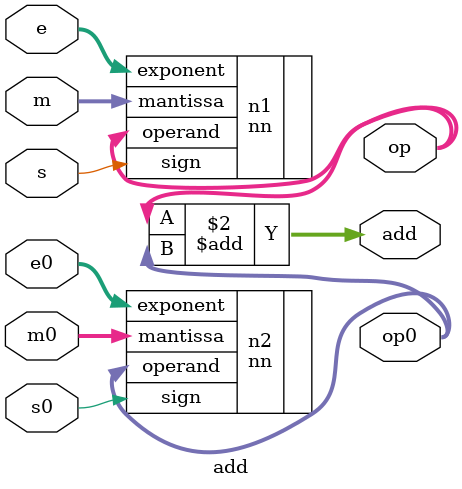
<source format=v>
`include "nn.v"
module add(op,op0,s,s0,m,m0,e,e0,add);
     input s,s0;
     input [22:0]m,m0;
     input [7:0]e,e0;
     output  [31:0]op,op0;
     output reg[31:0]add;

     
     nn n1(.sign(s),.mantissa(m),.exponent(e),.operand(op));
     nn n2(.sign(s0),.mantissa(m0),.exponent(e0),.operand(op0));

     always @(add,op,op0) begin
       add=op + op0;  
     end
     
   
endmodule
</source>
